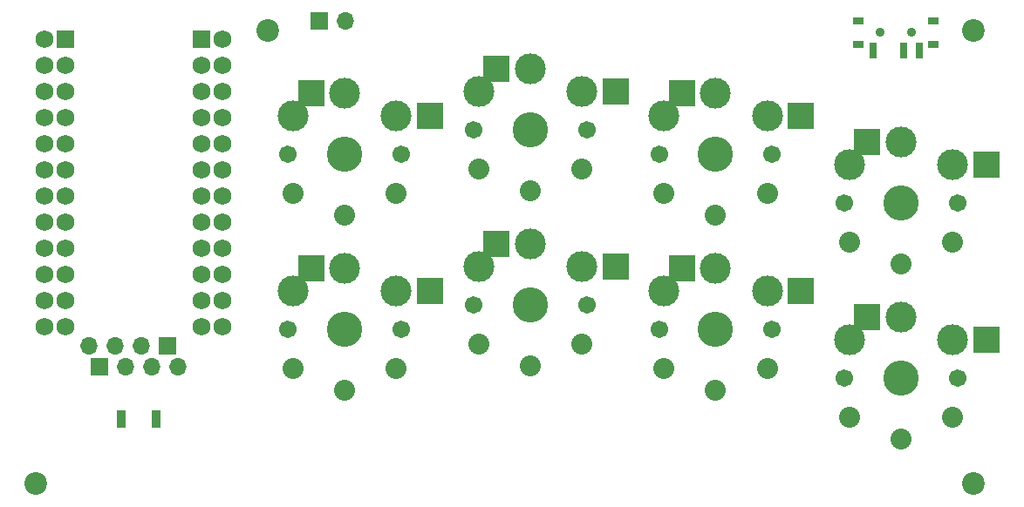
<source format=gbr>
%TF.GenerationSoftware,KiCad,Pcbnew,5.1.10*%
%TF.CreationDate,2021-07-08T20:07:14-05:00*%
%TF.ProjectId,small-paintbrush-hotswap,736d616c-6c2d-4706-9169-6e7462727573,rev?*%
%TF.SameCoordinates,Original*%
%TF.FileFunction,Soldermask,Bot*%
%TF.FilePolarity,Negative*%
%FSLAX46Y46*%
G04 Gerber Fmt 4.6, Leading zero omitted, Abs format (unit mm)*
G04 Created by KiCad (PCBNEW 5.1.10) date 2021-07-08 20:07:14*
%MOMM*%
%LPD*%
G01*
G04 APERTURE LIST*
%ADD10R,2.600000X2.600000*%
%ADD11C,2.032000*%
%ADD12C,3.000000*%
%ADD13C,3.429000*%
%ADD14C,1.701800*%
%ADD15O,1.700000X1.700000*%
%ADD16R,1.700000X1.700000*%
%ADD17C,0.900000*%
%ADD18C,1.752600*%
%ADD19R,1.752600X1.752600*%
%ADD20C,2.200000*%
%ADD21R,0.900000X1.700000*%
%ADD22R,1.000000X0.800000*%
%ADD23R,0.700000X1.500000*%
G04 APERTURE END LIST*
D10*
%TO.C,KEY2*%
X132176737Y-27469424D03*
D11*
X118901737Y-35019424D03*
X128901737Y-35019424D03*
D10*
X120626737Y-25269424D03*
D11*
X123901737Y-37119424D03*
D12*
X128901737Y-27469424D03*
X123901737Y-25269424D03*
D13*
X123901737Y-31219424D03*
D12*
X118901737Y-27469424D03*
D14*
X129401737Y-31219424D03*
X118401737Y-31219424D03*
%TD*%
D10*
%TO.C,KEY3*%
X150176739Y-29849426D03*
D11*
X136901739Y-37399426D03*
X146901739Y-37399426D03*
D10*
X138626739Y-27649426D03*
D11*
X141901739Y-39499426D03*
D12*
X146901739Y-29849426D03*
X141901739Y-27649426D03*
D13*
X141901739Y-33599426D03*
D12*
X136901739Y-29849426D03*
D14*
X147401739Y-33599426D03*
X136401739Y-33599426D03*
%TD*%
D10*
%TO.C,KEY4*%
X168176737Y-34599424D03*
D11*
X154901737Y-42149424D03*
X164901737Y-42149424D03*
D10*
X156626737Y-32399424D03*
D11*
X159901737Y-44249424D03*
D12*
X164901737Y-34599424D03*
X159901737Y-32399424D03*
D13*
X159901737Y-38349424D03*
D12*
X154901737Y-34599424D03*
D14*
X165401737Y-38349424D03*
X154401737Y-38349424D03*
%TD*%
D10*
%TO.C,KEY6*%
X132176739Y-44469424D03*
D11*
X118901739Y-52019424D03*
X128901739Y-52019424D03*
D10*
X120626739Y-42269424D03*
D11*
X123901739Y-54119424D03*
D12*
X128901739Y-44469424D03*
X123901739Y-42269424D03*
D13*
X123901739Y-48219424D03*
D12*
X118901739Y-44469424D03*
D14*
X129401739Y-48219424D03*
X118401739Y-48219424D03*
%TD*%
D10*
%TO.C,KEY7*%
X150176739Y-46849426D03*
D11*
X136901739Y-54399426D03*
X146901739Y-54399426D03*
D10*
X138626739Y-44649426D03*
D11*
X141901739Y-56499426D03*
D12*
X146901739Y-46849426D03*
X141901739Y-44649426D03*
D13*
X141901739Y-50599426D03*
D12*
X136901739Y-46849426D03*
D14*
X147401739Y-50599426D03*
X136401739Y-50599426D03*
%TD*%
D10*
%TO.C,KEY8*%
X168176739Y-51599423D03*
D11*
X154901739Y-59149423D03*
X164901739Y-59149423D03*
D10*
X156626739Y-49399423D03*
D11*
X159901739Y-61249423D03*
D12*
X164901739Y-51599423D03*
X159901739Y-49399423D03*
D13*
X159901739Y-55349423D03*
D12*
X154901739Y-51599423D03*
D14*
X165401739Y-55349423D03*
X154401739Y-55349423D03*
%TD*%
D10*
%TO.C,KEY1*%
X114176737Y-29849424D03*
D11*
X100901737Y-37399424D03*
X110901737Y-37399424D03*
D10*
X102626737Y-27649424D03*
D11*
X105901737Y-39499424D03*
D12*
X110901737Y-29849424D03*
X105901737Y-27649424D03*
D13*
X105901737Y-33599424D03*
D12*
X100901737Y-29849424D03*
D14*
X111401737Y-33599424D03*
X100401737Y-33599424D03*
%TD*%
D10*
%TO.C,KEY5*%
X114176736Y-46849424D03*
D11*
X100901736Y-54399424D03*
X110901736Y-54399424D03*
D10*
X102626736Y-44649424D03*
D11*
X105901736Y-56499424D03*
D12*
X110901736Y-46849424D03*
X105901736Y-44649424D03*
D13*
X105901736Y-50599424D03*
D12*
X100901736Y-46849424D03*
D14*
X111401736Y-50599424D03*
X100401736Y-50599424D03*
%TD*%
D15*
%TO.C,J1*%
X105941736Y-20599424D03*
D16*
X103401736Y-20599424D03*
%TD*%
D17*
%TO.C,SW2*%
X157901737Y-21769425D03*
X160901737Y-21769425D03*
%TD*%
D15*
%TO.C,J2*%
X81081737Y-52249424D03*
X83621737Y-52249424D03*
X86161737Y-52249424D03*
D16*
X88701737Y-52249424D03*
%TD*%
D18*
%TO.C,U1*%
X94021737Y-22379424D03*
X78781737Y-50319424D03*
X94021737Y-24919424D03*
X94021737Y-27459424D03*
X94021737Y-29999424D03*
X94021737Y-32539424D03*
X94021737Y-35079424D03*
X94021737Y-37619424D03*
X94021737Y-40159424D03*
X94021737Y-42699424D03*
X94021737Y-45239424D03*
X94021737Y-47779424D03*
X94021737Y-50319424D03*
X78781737Y-47779424D03*
X78781737Y-45239424D03*
X78781737Y-42699424D03*
X78781737Y-40159424D03*
X78781737Y-37619424D03*
X78781737Y-35079424D03*
X78781737Y-32539424D03*
X78781737Y-29999424D03*
X78781737Y-27459424D03*
X78781737Y-24919424D03*
D19*
X78781737Y-22379424D03*
%TD*%
D20*
%TO.C,REF\u002A\u002A*%
X166901736Y-65599424D03*
%TD*%
%TO.C,REF\u002A\u002A*%
X75901736Y-65599424D03*
%TD*%
%TO.C,REF\u002A\u002A*%
X166901733Y-21599422D03*
%TD*%
%TO.C,REF\u002A\u002A*%
X98401736Y-21599424D03*
%TD*%
D21*
%TO.C,PUSH1*%
X84201736Y-59349424D03*
X87601736Y-59349424D03*
%TD*%
D22*
%TO.C,SW1*%
X155751737Y-22879425D03*
X163051737Y-22879425D03*
X163051737Y-20669425D03*
X155751737Y-20669425D03*
D23*
X161651737Y-23529425D03*
X160151737Y-23529425D03*
X157151737Y-23529425D03*
D17*
X160901737Y-21769425D03*
X157901737Y-21769425D03*
%TD*%
D15*
%TO.C,J3*%
X89721739Y-54249424D03*
X87181739Y-54249424D03*
X84641739Y-54249424D03*
D16*
X82101739Y-54249424D03*
%TD*%
D18*
%TO.C,U2*%
X76781736Y-22379424D03*
X92021736Y-50319424D03*
X76781736Y-24919424D03*
X76781736Y-27459424D03*
X76781736Y-29999424D03*
X76781736Y-32539424D03*
X76781736Y-35079424D03*
X76781736Y-37619424D03*
X76781736Y-40159424D03*
X76781736Y-42699424D03*
X76781736Y-45239424D03*
X76781736Y-47779424D03*
X76781736Y-50319424D03*
X92021736Y-47779424D03*
X92021736Y-45239424D03*
X92021736Y-42699424D03*
X92021736Y-40159424D03*
X92021736Y-37619424D03*
X92021736Y-35079424D03*
X92021736Y-32539424D03*
X92021736Y-29999424D03*
X92021736Y-27459424D03*
X92021736Y-24919424D03*
D19*
X92021736Y-22379424D03*
%TD*%
M02*

</source>
